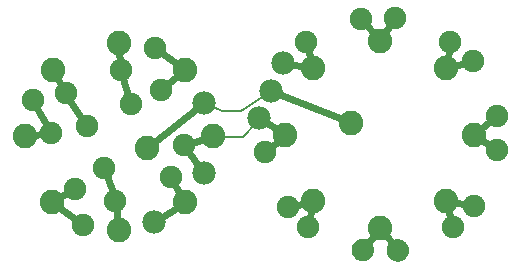
<source format=gbl>
G04 MADE WITH FRITZING*
G04 WWW.FRITZING.ORG*
G04 DOUBLE SIDED*
G04 HOLES PLATED*
G04 CONTOUR ON CENTER OF CONTOUR VECTOR*
%ASAXBY*%
%FSLAX23Y23*%
%MOIN*%
%OFA0B0*%
%SFA1.0B1.0*%
%ADD10C,0.082000*%
%ADD11C,0.078000*%
%ADD12C,0.075000*%
%ADD13C,0.045000*%
%ADD14C,0.008000*%
%ADD15C,0.024000*%
%ADD16R,0.001000X0.001000*%
%LNCOPPER0*%
G90*
G70*
G54D10*
X470Y388D03*
X152Y207D03*
X687Y428D03*
X374Y739D03*
X154Y648D03*
X374Y116D03*
X595Y649D03*
X61Y429D03*
X595Y207D03*
G54D11*
X659Y539D03*
X492Y143D03*
X659Y304D03*
X843Y487D03*
X883Y579D03*
X922Y671D03*
G54D10*
X1148Y473D03*
X1466Y654D03*
X930Y433D03*
X1244Y121D03*
X1464Y212D03*
X1244Y745D03*
X1023Y211D03*
X1557Y432D03*
X1023Y654D03*
G54D12*
X998Y741D03*
X1183Y819D03*
X326Y320D03*
X254Y133D03*
X381Y648D03*
X197Y570D03*
X87Y549D03*
X267Y461D03*
X227Y253D03*
X149Y437D03*
X494Y720D03*
X416Y536D03*
X591Y397D03*
X516Y582D03*
X1556Y679D03*
X1635Y495D03*
X1634Y380D03*
X1559Y195D03*
X1296Y822D03*
X1480Y743D03*
X547Y291D03*
X363Y213D03*
X1004Y126D03*
G54D13*
X1188Y47D03*
X1305Y46D03*
G54D12*
X1489Y124D03*
X862Y375D03*
X937Y190D03*
G54D14*
X867Y568D02*
X781Y512D01*
D02*
X781Y512D02*
X720Y512D01*
D02*
X720Y512D02*
X676Y532D01*
G54D15*
D02*
X578Y661D02*
X508Y710D01*
D02*
X579Y636D02*
X529Y594D01*
D02*
X386Y631D02*
X410Y553D01*
D02*
X375Y718D02*
X380Y665D01*
D02*
X164Y630D02*
X188Y585D01*
D02*
X206Y555D02*
X257Y476D01*
D02*
X141Y452D02*
X96Y533D01*
D02*
X82Y431D02*
X132Y435D01*
D02*
X170Y218D02*
X212Y244D01*
D02*
X169Y195D02*
X240Y144D01*
D02*
X371Y137D02*
X365Y196D01*
D02*
X358Y230D02*
X332Y304D01*
D02*
X577Y195D02*
X508Y153D01*
D02*
X584Y225D02*
X556Y276D01*
D02*
X644Y528D02*
X486Y401D01*
D02*
X667Y422D02*
X607Y402D01*
D02*
X601Y383D02*
X648Y319D01*
D02*
X900Y572D02*
X1128Y480D01*
D02*
X1003Y724D02*
X1017Y674D01*
D02*
X1003Y658D02*
X940Y668D01*
D02*
X1256Y762D02*
X1286Y807D01*
D02*
X1231Y761D02*
X1194Y806D01*
D02*
X1469Y674D02*
X1477Y726D01*
D02*
X1486Y659D02*
X1540Y674D01*
D02*
X1574Y420D02*
X1620Y390D01*
D02*
X1573Y445D02*
X1621Y484D01*
D02*
X1485Y209D02*
X1542Y198D01*
D02*
X1470Y192D02*
X1484Y141D01*
D02*
X1257Y105D02*
X1294Y60D01*
D02*
X1232Y105D02*
X1199Y61D01*
D02*
X1019Y191D02*
X1008Y143D01*
D02*
X1003Y206D02*
X954Y194D01*
D02*
X914Y419D02*
X875Y386D01*
D02*
X913Y444D02*
X860Y477D01*
G54D14*
D02*
X831Y473D02*
X787Y424D01*
D02*
X787Y424D02*
X751Y424D01*
D02*
X751Y424D02*
X708Y427D01*
G54D16*
X1185Y85D02*
X1190Y85D01*
X1179Y84D02*
X1197Y84D01*
X1176Y83D02*
X1200Y83D01*
X1296Y83D02*
X1313Y83D01*
X1173Y82D02*
X1203Y82D01*
X1293Y82D02*
X1317Y82D01*
X1171Y81D02*
X1205Y81D01*
X1290Y81D02*
X1319Y81D01*
X1170Y80D02*
X1207Y80D01*
X1288Y80D02*
X1321Y80D01*
X1168Y79D02*
X1208Y79D01*
X1286Y79D02*
X1323Y79D01*
X1167Y78D02*
X1210Y78D01*
X1285Y78D02*
X1325Y78D01*
X1165Y77D02*
X1211Y77D01*
X1283Y77D02*
X1326Y77D01*
X1164Y76D02*
X1212Y76D01*
X1282Y76D02*
X1327Y76D01*
X1163Y75D02*
X1213Y75D01*
X1281Y75D02*
X1328Y75D01*
X1162Y74D02*
X1214Y74D01*
X1280Y74D02*
X1330Y74D01*
X1161Y73D02*
X1215Y73D01*
X1279Y73D02*
X1331Y73D01*
X1160Y72D02*
X1216Y72D01*
X1278Y72D02*
X1332Y72D01*
X1159Y71D02*
X1217Y71D01*
X1277Y71D02*
X1332Y71D01*
X1158Y70D02*
X1218Y70D01*
X1276Y70D02*
X1333Y70D01*
X1158Y69D02*
X1218Y69D01*
X1275Y69D02*
X1334Y69D01*
X1157Y68D02*
X1219Y68D01*
X1275Y68D02*
X1335Y68D01*
X1156Y67D02*
X1220Y67D01*
X1274Y67D02*
X1336Y67D01*
X1156Y66D02*
X1220Y66D01*
X1273Y66D02*
X1336Y66D01*
X1155Y65D02*
X1184Y65D01*
X1192Y65D02*
X1221Y65D01*
X1273Y65D02*
X1337Y65D01*
X1155Y64D02*
X1181Y64D01*
X1195Y64D02*
X1221Y64D01*
X1272Y64D02*
X1301Y64D01*
X1308Y64D02*
X1337Y64D01*
X1154Y63D02*
X1179Y63D01*
X1197Y63D02*
X1222Y63D01*
X1271Y63D02*
X1298Y63D01*
X1311Y63D02*
X1338Y63D01*
X1154Y62D02*
X1177Y62D01*
X1199Y62D02*
X1222Y62D01*
X1271Y62D02*
X1296Y62D01*
X1314Y62D02*
X1338Y62D01*
X1153Y61D02*
X1176Y61D01*
X1200Y61D02*
X1223Y61D01*
X1271Y61D02*
X1294Y61D01*
X1315Y61D02*
X1339Y61D01*
X1153Y60D02*
X1175Y60D01*
X1201Y60D02*
X1223Y60D01*
X1270Y60D02*
X1293Y60D01*
X1317Y60D02*
X1339Y60D01*
X1153Y59D02*
X1174Y59D01*
X1202Y59D02*
X1223Y59D01*
X1270Y59D02*
X1292Y59D01*
X1318Y59D02*
X1340Y59D01*
X1153Y58D02*
X1173Y58D01*
X1203Y58D02*
X1224Y58D01*
X1269Y58D02*
X1291Y58D01*
X1319Y58D02*
X1340Y58D01*
X1152Y57D02*
X1173Y57D01*
X1203Y57D02*
X1224Y57D01*
X1269Y57D02*
X1290Y57D01*
X1319Y57D02*
X1340Y57D01*
X1152Y56D02*
X1172Y56D01*
X1204Y56D02*
X1224Y56D01*
X1269Y56D02*
X1289Y56D01*
X1320Y56D02*
X1340Y56D01*
X1152Y55D02*
X1172Y55D01*
X1204Y55D02*
X1224Y55D01*
X1269Y55D02*
X1289Y55D01*
X1321Y55D02*
X1341Y55D01*
X1152Y54D02*
X1171Y54D01*
X1205Y54D02*
X1224Y54D01*
X1269Y54D02*
X1288Y54D01*
X1321Y54D02*
X1341Y54D01*
X1152Y53D02*
X1171Y53D01*
X1205Y53D02*
X1224Y53D01*
X1268Y53D02*
X1288Y53D01*
X1321Y53D02*
X1341Y53D01*
X1151Y52D02*
X1171Y52D01*
X1206Y52D02*
X1225Y52D01*
X1268Y52D02*
X1288Y52D01*
X1322Y52D02*
X1341Y52D01*
X1151Y51D02*
X1170Y51D01*
X1206Y51D02*
X1225Y51D01*
X1268Y51D02*
X1287Y51D01*
X1322Y51D02*
X1341Y51D01*
X1151Y50D02*
X1170Y50D01*
X1206Y50D02*
X1225Y50D01*
X1268Y50D02*
X1287Y50D01*
X1322Y50D02*
X1341Y50D01*
X1151Y49D02*
X1170Y49D01*
X1206Y49D02*
X1225Y49D01*
X1268Y49D02*
X1287Y49D01*
X1323Y49D02*
X1341Y49D01*
X1151Y48D02*
X1170Y48D01*
X1206Y48D02*
X1225Y48D01*
X1268Y48D02*
X1287Y48D01*
X1323Y48D02*
X1341Y48D01*
X1151Y47D02*
X1170Y47D01*
X1206Y47D02*
X1225Y47D01*
X1268Y47D02*
X1287Y47D01*
X1323Y47D02*
X1341Y47D01*
X1151Y46D02*
X1170Y46D01*
X1206Y46D02*
X1225Y46D01*
X1268Y46D02*
X1287Y46D01*
X1323Y46D02*
X1341Y46D01*
X1151Y45D02*
X1170Y45D01*
X1206Y45D02*
X1225Y45D01*
X1268Y45D02*
X1287Y45D01*
X1323Y45D02*
X1341Y45D01*
X1151Y44D02*
X1170Y44D01*
X1206Y44D02*
X1225Y44D01*
X1268Y44D02*
X1287Y44D01*
X1323Y44D02*
X1341Y44D01*
X1152Y43D02*
X1171Y43D01*
X1205Y43D02*
X1225Y43D01*
X1268Y43D02*
X1287Y43D01*
X1322Y43D02*
X1341Y43D01*
X1152Y42D02*
X1171Y42D01*
X1205Y42D02*
X1224Y42D01*
X1268Y42D02*
X1287Y42D01*
X1322Y42D02*
X1341Y42D01*
X1152Y41D02*
X1171Y41D01*
X1205Y41D02*
X1224Y41D01*
X1268Y41D02*
X1288Y41D01*
X1322Y41D02*
X1341Y41D01*
X1152Y40D02*
X1172Y40D01*
X1204Y40D02*
X1224Y40D01*
X1268Y40D02*
X1288Y40D01*
X1321Y40D02*
X1341Y40D01*
X1152Y39D02*
X1172Y39D01*
X1204Y39D02*
X1224Y39D01*
X1269Y39D02*
X1289Y39D01*
X1321Y39D02*
X1341Y39D01*
X1152Y38D02*
X1173Y38D01*
X1203Y38D02*
X1224Y38D01*
X1269Y38D02*
X1289Y38D01*
X1320Y38D02*
X1341Y38D01*
X1153Y37D02*
X1174Y37D01*
X1202Y37D02*
X1223Y37D01*
X1269Y37D02*
X1290Y37D01*
X1320Y37D02*
X1340Y37D01*
X1153Y36D02*
X1174Y36D01*
X1202Y36D02*
X1223Y36D01*
X1269Y36D02*
X1290Y36D01*
X1319Y36D02*
X1340Y36D01*
X1153Y35D02*
X1175Y35D01*
X1201Y35D02*
X1223Y35D01*
X1270Y35D02*
X1291Y35D01*
X1318Y35D02*
X1340Y35D01*
X1154Y34D02*
X1177Y34D01*
X1199Y34D02*
X1222Y34D01*
X1270Y34D02*
X1292Y34D01*
X1317Y34D02*
X1339Y34D01*
X1154Y33D02*
X1178Y33D01*
X1198Y33D02*
X1222Y33D01*
X1270Y33D02*
X1293Y33D01*
X1316Y33D02*
X1339Y33D01*
X1155Y32D02*
X1180Y32D01*
X1196Y32D02*
X1221Y32D01*
X1271Y32D02*
X1295Y32D01*
X1315Y32D02*
X1339Y32D01*
X1155Y31D02*
X1183Y31D01*
X1193Y31D02*
X1221Y31D01*
X1271Y31D02*
X1297Y31D01*
X1313Y31D02*
X1338Y31D01*
X1156Y30D02*
X1220Y30D01*
X1272Y30D02*
X1299Y30D01*
X1310Y30D02*
X1338Y30D01*
X1156Y29D02*
X1220Y29D01*
X1272Y29D02*
X1337Y29D01*
X1157Y28D02*
X1219Y28D01*
X1273Y28D02*
X1337Y28D01*
X1158Y27D02*
X1219Y27D01*
X1273Y27D02*
X1336Y27D01*
X1158Y26D02*
X1218Y26D01*
X1274Y26D02*
X1335Y26D01*
X1159Y25D02*
X1217Y25D01*
X1275Y25D02*
X1335Y25D01*
X1160Y24D02*
X1216Y24D01*
X1276Y24D02*
X1334Y24D01*
X1161Y23D02*
X1215Y23D01*
X1276Y23D02*
X1333Y23D01*
X1162Y22D02*
X1214Y22D01*
X1277Y22D02*
X1332Y22D01*
X1163Y21D02*
X1213Y21D01*
X1278Y21D02*
X1331Y21D01*
X1164Y20D02*
X1212Y20D01*
X1279Y20D02*
X1330Y20D01*
X1165Y19D02*
X1211Y19D01*
X1280Y19D02*
X1329Y19D01*
X1166Y18D02*
X1210Y18D01*
X1281Y18D02*
X1328Y18D01*
X1167Y17D02*
X1209Y17D01*
X1283Y17D02*
X1327Y17D01*
X1169Y16D02*
X1207Y16D01*
X1284Y16D02*
X1325Y16D01*
X1171Y15D02*
X1205Y15D01*
X1285Y15D02*
X1324Y15D01*
X1173Y14D02*
X1203Y14D01*
X1287Y14D02*
X1322Y14D01*
X1175Y13D02*
X1201Y13D01*
X1289Y13D02*
X1320Y13D01*
X1178Y12D02*
X1198Y12D01*
X1291Y12D02*
X1318Y12D01*
X1183Y11D02*
X1193Y11D01*
X1294Y11D02*
X1315Y11D01*
X1298Y10D02*
X1311Y10D01*
D02*
G04 End of Copper0*
M02*
</source>
